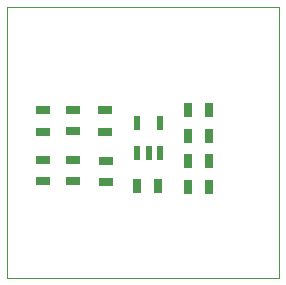
<source format=gbp>
G75*
%MOIN*%
%OFA0B0*%
%FSLAX25Y25*%
%IPPOS*%
%LPD*%
%AMOC8*
5,1,8,0,0,1.08239X$1,22.5*
%
%ADD10C,0.00000*%
%ADD11R,0.03150X0.04724*%
%ADD12R,0.02165X0.04724*%
%ADD13R,0.04724X0.03150*%
D10*
X0007600Y0009100D02*
X0098301Y0009100D01*
X0098301Y0099561D01*
X0007600Y0099561D01*
X0007600Y0009100D01*
D11*
X0051057Y0040000D03*
X0058143Y0040000D03*
X0068057Y0039600D03*
X0075143Y0039600D03*
X0075043Y0048300D03*
X0067957Y0048300D03*
X0068057Y0056600D03*
X0075143Y0056600D03*
X0075043Y0065100D03*
X0067957Y0065100D03*
D12*
X0058640Y0060919D03*
X0051160Y0060919D03*
X0051160Y0050681D03*
X0054900Y0050681D03*
X0058640Y0050681D03*
D13*
X0040600Y0048143D03*
X0040600Y0041057D03*
X0029600Y0041557D03*
X0029600Y0048643D03*
X0029600Y0058057D03*
X0029600Y0065143D03*
X0019700Y0065043D03*
X0019700Y0057957D03*
X0019600Y0048643D03*
X0019600Y0041557D03*
X0040300Y0057957D03*
X0040300Y0065043D03*
M02*

</source>
